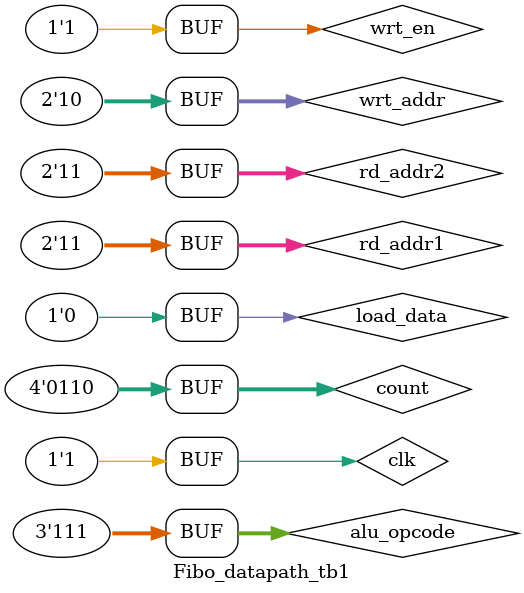
<source format=v>
module Fibo_datapath_tb1();
parameter size=4;
reg wrt_en, clk, load_data;
reg [1:0] wrt_addr, rd_addr1, rd_addr2;
reg [2: 0] alu_opcode;
reg [size-1: 0] count;
wire zero_flag;
wire [size-1: 0] data;
FIBO_DATAPATH DUT(wrt_addr,wrt_en,clk,load_data,rd_addr1,rd_addr2,alu_opcode,count,zero_flag,data);
  always begin
  clk = 0; #25; clk = 1; #25; end
initial
 begin
   // R1 -> 01, R2 -> 10, R3-> 11, R4 = count -> 00
   //load count
  wrt_en=1;  load_data=1; wrt_addr=2'b00; rd_addr1=2'b00; rd_addr2=2'b00; alu_opcode=3'b100; count=4'b0110; #100;
  //set num1 and num2 (num1=num2=1)
  wrt_en=1;  load_data=0; wrt_addr=2'b01; rd_addr1=2'b01; rd_addr2=2'b01; alu_opcode=3'b001; count=4'b0110; #100;
  wrt_en=1;  load_data=0; wrt_addr=2'b10; rd_addr1=2'b10; rd_addr2=2'b10; alu_opcode=3'b001; count=4'b0110; #100;
  
  //R3<-R1
  wrt_en=1;  load_data=0; wrt_addr=2'b11; rd_addr1=2'b01; rd_addr2=2'b01; alu_opcode=3'b111; count=4'b0110; #100;
    //R1<-R1+R2
  wrt_en=1;  load_data=0; wrt_addr=2'b01; rd_addr1=2'b01; rd_addr2=2'b10; alu_opcode=3'b110; count=4'b0110; #100;
  //R2<-R3
  wrt_en=1;  load_data=0; wrt_addr=2'b10; rd_addr1=2'b11; rd_addr2=2'b11; alu_opcode=3'b111; count=4'b0110; #100;
  
   //R3<-R1
  wrt_en=1;  load_data=0; wrt_addr=2'b11; rd_addr1=2'b01; rd_addr2=2'b01; alu_opcode=3'b111; count=4'b0110; #100;
    //R1<-R1+R2
  wrt_en=1;  load_data=0; wrt_addr=2'b01; rd_addr1=2'b01; rd_addr2=2'b10; alu_opcode=3'b110; count=4'b0110; #100;
  //R2<-R3
  wrt_en=1;  load_data=0; wrt_addr=2'b10; rd_addr1=2'b11; rd_addr2=2'b11; alu_opcode=3'b111; count=4'b0110; #100;
  
  //R3<-R1
  wrt_en=1;  load_data=0; wrt_addr=2'b11; rd_addr1=2'b01; rd_addr2=2'b01; alu_opcode=3'b111; count=4'b0110; #100;
    //R1<-R1+R2
  wrt_en=1;  load_data=0; wrt_addr=2'b01; rd_addr1=2'b01; rd_addr2=2'b10; alu_opcode=3'b110; count=4'b0110; #100;
  //R2<-R3
  wrt_en=1;  load_data=0; wrt_addr=2'b10; rd_addr1=2'b11; rd_addr2=2'b11; alu_opcode=3'b111; count=4'b0110; #100;
  
  //R3<-R1
  wrt_en=1;  load_data=0; wrt_addr=2'b11; rd_addr1=2'b01; rd_addr2=2'b01; alu_opcode=3'b111; count=4'b0110; #100;
    //R1<-R1+R2
  wrt_en=1;  load_data=0; wrt_addr=2'b01; rd_addr1=2'b01; rd_addr2=2'b10; alu_opcode=3'b110; count=4'b0110; #100;
  //R2<-R3
  wrt_en=1;  load_data=0; wrt_addr=2'b10; rd_addr1=2'b11; rd_addr2=2'b11; alu_opcode=3'b111; count=4'b0110; #100;
  
//R3<-R1
  wrt_en=1;  load_data=0; wrt_addr=2'b11; rd_addr1=2'b01; rd_addr2=2'b01; alu_opcode=3'b111; count=4'b0110; #100;
    //R1<-R1+R2
  wrt_en=1;  load_data=0; wrt_addr=2'b01; rd_addr1=2'b01; rd_addr2=2'b10; alu_opcode=3'b110; count=4'b0110; #100;
  //R2<-R3
  wrt_en=1;  load_data=0; wrt_addr=2'b10; rd_addr1=2'b11; rd_addr2=2'b11; alu_opcode=3'b111; count=4'b0110; #100;
  end
  endmodule


</source>
